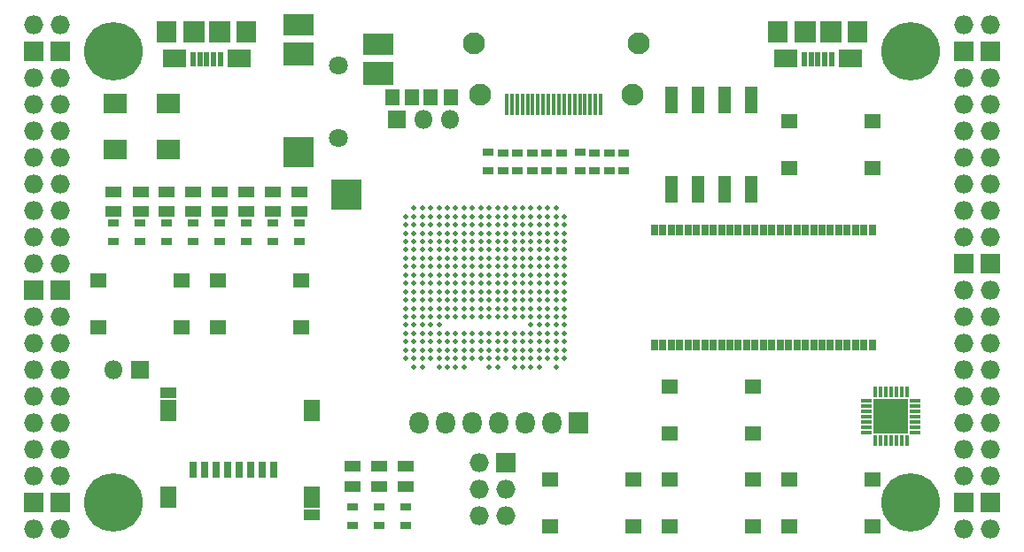
<source format=gts>
G04 #@! TF.GenerationSoftware,KiCad,Pcbnew,5.0.0+dfsg1-2*
G04 #@! TF.CreationDate,2018-09-08T10:59:04+02:00*
G04 #@! TF.ProjectId,ulx3s,756C7833732E6B696361645F70636200,rev?*
G04 #@! TF.SameCoordinates,Original*
G04 #@! TF.FileFunction,Soldermask,Top*
G04 #@! TF.FilePolarity,Negative*
%FSLAX46Y46*%
G04 Gerber Fmt 4.6, Leading zero omitted, Abs format (unit mm)*
G04 Created by KiCad (PCBNEW 5.0.0+dfsg1-2) date Sat Sep  8 10:59:04 2018*
%MOMM*%
%LPD*%
G01*
G04 APERTURE LIST*
%ADD10R,1.220000X2.540000*%
%ADD11R,1.725000X1.725000*%
%ADD12O,0.400000X1.050000*%
%ADD13O,1.050000X0.400000*%
%ADD14R,1.050000X0.400000*%
%ADD15R,1.900000X2.000000*%
%ADD16R,0.500000X1.450000*%
%ADD17R,2.000000X2.000000*%
%ADD18R,2.200000X1.700000*%
%ADD19R,2.900000X2.100000*%
%ADD20R,2.900000X2.300000*%
%ADD21R,2.900000X2.900000*%
%ADD22C,1.800000*%
%ADD23R,0.400000X2.000000*%
%ADD24C,2.100000*%
%ADD25C,0.500000*%
%ADD26R,0.800000X1.600000*%
%ADD27R,1.550000X1.000000*%
%ADD28R,1.550000X2.100000*%
%ADD29R,2.300000X1.900000*%
%ADD30R,0.660000X1.000000*%
%ADD31R,1.827200X2.132000*%
%ADD32O,1.827200X2.132000*%
%ADD33O,1.827200X1.827200*%
%ADD34R,1.827200X1.827200*%
%ADD35C,5.600000*%
%ADD36R,1.100000X0.770000*%
%ADD37R,1.600000X1.070000*%
%ADD38R,1.800000X1.800000*%
%ADD39O,1.800000X1.800000*%
%ADD40R,1.395000X1.500000*%
%ADD41R,1.650000X1.400000*%
G04 APERTURE END LIST*
D10*
G04 #@! TO.C,SW1*
X156330000Y-69815000D03*
X163950000Y-78425000D03*
X158870000Y-69815000D03*
X161410000Y-78425000D03*
X161410000Y-69815000D03*
X158870000Y-78425000D03*
X163950000Y-69815000D03*
X156330000Y-78425000D03*
G04 #@! TD*
D11*
G04 #@! TO.C,U8*
X178097500Y-100967500D03*
X178097500Y-99342500D03*
X176472500Y-100967500D03*
X176472500Y-99342500D03*
D12*
X178785000Y-102495000D03*
X178285000Y-102495000D03*
X177785000Y-102495000D03*
X177285000Y-102495000D03*
X176785000Y-102495000D03*
X176285000Y-102495000D03*
X175785000Y-102495000D03*
D13*
X174945000Y-101655000D03*
X174945000Y-101155000D03*
X174945000Y-100655000D03*
X174945000Y-100155000D03*
X174945000Y-99655000D03*
X174945000Y-99155000D03*
X174945000Y-98655000D03*
D12*
X175785000Y-97815000D03*
X176285000Y-97815000D03*
X176785000Y-97815000D03*
X177285000Y-97815000D03*
X177785000Y-97815000D03*
X178285000Y-97815000D03*
X178785000Y-97815000D03*
D13*
X179625000Y-98655000D03*
X179625000Y-99155000D03*
X179625000Y-99655000D03*
X179625000Y-100155000D03*
X179625000Y-100655000D03*
X179625000Y-101155000D03*
D14*
X179625000Y-101655000D03*
G04 #@! TD*
D15*
G04 #@! TO.C,US1*
X108080000Y-63325000D03*
X115680000Y-63325000D03*
D16*
X110580000Y-66000000D03*
X111230000Y-66000000D03*
X111880000Y-66000000D03*
X112530000Y-66000000D03*
X113180000Y-66000000D03*
D17*
X110680000Y-63325000D03*
X113080000Y-63325000D03*
D18*
X108780000Y-65875000D03*
X114980000Y-65875000D03*
G04 #@! TD*
D19*
G04 #@! TO.C,AUDIO1*
X120668000Y-62618000D03*
D20*
X120668000Y-65418000D03*
D21*
X120668000Y-74818000D03*
X125218000Y-78918000D03*
D20*
X128268000Y-67318000D03*
D19*
X128268000Y-64518000D03*
D22*
X124468000Y-66518000D03*
X124468000Y-73518000D03*
G04 #@! TD*
D23*
G04 #@! TO.C,GPDI1*
X149546000Y-70312000D03*
X149046000Y-70312000D03*
X148546000Y-70312000D03*
X148046000Y-70312000D03*
X147546000Y-70312000D03*
X147046000Y-70312000D03*
X146546000Y-70312000D03*
X146046000Y-70312000D03*
X145546000Y-70312000D03*
X145046000Y-70312000D03*
X144546000Y-70312000D03*
X144046000Y-70312000D03*
X143546000Y-70312000D03*
X143046000Y-70312000D03*
X142546000Y-70312000D03*
X142046000Y-70312000D03*
X141546000Y-70312000D03*
X141046000Y-70312000D03*
X140546000Y-70312000D03*
D24*
X152546000Y-69312000D03*
X138046000Y-69312000D03*
X153146000Y-64412000D03*
X137446000Y-64412000D03*
G04 #@! TD*
D25*
G04 #@! TO.C,U1*
X145280000Y-95400000D03*
X143680000Y-95400000D03*
X142880000Y-95400000D03*
X142080000Y-95400000D03*
X141280000Y-95400000D03*
X139680000Y-95400000D03*
X138880000Y-95400000D03*
X136480000Y-95400000D03*
X135680000Y-95400000D03*
X134880000Y-95400000D03*
X134080000Y-95400000D03*
X132480000Y-95400000D03*
X131680000Y-95400000D03*
X146080000Y-94600000D03*
X145280000Y-94600000D03*
X144480000Y-94600000D03*
X143680000Y-94600000D03*
X142880000Y-94600000D03*
X142080000Y-94600000D03*
X141280000Y-94600000D03*
X140480000Y-94600000D03*
X139680000Y-94600000D03*
X138880000Y-94600000D03*
X138080000Y-94600000D03*
X137280000Y-94600000D03*
X136480000Y-94600000D03*
X135680000Y-94600000D03*
X134880000Y-94600000D03*
X134080000Y-94600000D03*
X133280000Y-94600000D03*
X132480000Y-94600000D03*
X131680000Y-94600000D03*
X130880000Y-94600000D03*
X146080000Y-93800000D03*
X145280000Y-93800000D03*
X144480000Y-93800000D03*
X143680000Y-93800000D03*
X142880000Y-93800000D03*
X142080000Y-93800000D03*
X141280000Y-93800000D03*
X140480000Y-93800000D03*
X139680000Y-93800000D03*
X138880000Y-93800000D03*
X138080000Y-93800000D03*
X137280000Y-93800000D03*
X136480000Y-93800000D03*
X135680000Y-93800000D03*
X134880000Y-93800000D03*
X134080000Y-93800000D03*
X133280000Y-93800000D03*
X132480000Y-93800000D03*
X131680000Y-93800000D03*
X130880000Y-93800000D03*
X146080000Y-93000000D03*
X145280000Y-93000000D03*
X144480000Y-93000000D03*
X143680000Y-93000000D03*
X142880000Y-93000000D03*
X142080000Y-93000000D03*
X141280000Y-93000000D03*
X140480000Y-93000000D03*
X139680000Y-93000000D03*
X138880000Y-93000000D03*
X138080000Y-93000000D03*
X137280000Y-93000000D03*
X136480000Y-93000000D03*
X135680000Y-93000000D03*
X134880000Y-93000000D03*
X134080000Y-93000000D03*
X133280000Y-93000000D03*
X132480000Y-93000000D03*
X131680000Y-93000000D03*
X130880000Y-93000000D03*
X146080000Y-92200000D03*
X145280000Y-92200000D03*
X144480000Y-92200000D03*
X143680000Y-92200000D03*
X142880000Y-92200000D03*
X142080000Y-92200000D03*
X141280000Y-92200000D03*
X140480000Y-92200000D03*
X139680000Y-92200000D03*
X138880000Y-92200000D03*
X138080000Y-92200000D03*
X137280000Y-92200000D03*
X136480000Y-92200000D03*
X135680000Y-92200000D03*
X134880000Y-92200000D03*
X134080000Y-92200000D03*
X133280000Y-92200000D03*
X132480000Y-92200000D03*
X131680000Y-92200000D03*
X130880000Y-92200000D03*
X146080000Y-91400000D03*
X145280000Y-91400000D03*
X144480000Y-91400000D03*
X143680000Y-91400000D03*
X142880000Y-91400000D03*
X134080000Y-91400000D03*
X133280000Y-91400000D03*
X132480000Y-91400000D03*
X131680000Y-91400000D03*
X130880000Y-91400000D03*
X146080000Y-90600000D03*
X145280000Y-90600000D03*
X144480000Y-90600000D03*
X143680000Y-90600000D03*
X142880000Y-90600000D03*
X142080000Y-90600000D03*
X141280000Y-90600000D03*
X140480000Y-90600000D03*
X139680000Y-90600000D03*
X138880000Y-90600000D03*
X138080000Y-90600000D03*
X137280000Y-90600000D03*
X136480000Y-90600000D03*
X135680000Y-90600000D03*
X134880000Y-90600000D03*
X134080000Y-90600000D03*
X133280000Y-90600000D03*
X132480000Y-90600000D03*
X131680000Y-90600000D03*
X130880000Y-90600000D03*
X146080000Y-89800000D03*
X145280000Y-89800000D03*
X144480000Y-89800000D03*
X143680000Y-89800000D03*
X142880000Y-89800000D03*
X142080000Y-89800000D03*
X141280000Y-89800000D03*
X140480000Y-89800000D03*
X139680000Y-89800000D03*
X138880000Y-89800000D03*
X138080000Y-89800000D03*
X137280000Y-89800000D03*
X136480000Y-89800000D03*
X135680000Y-89800000D03*
X134880000Y-89800000D03*
X134080000Y-89800000D03*
X133280000Y-89800000D03*
X132480000Y-89800000D03*
X131680000Y-89800000D03*
X130880000Y-89800000D03*
X146080000Y-89000000D03*
X145280000Y-89000000D03*
X144480000Y-89000000D03*
X143680000Y-89000000D03*
X142880000Y-89000000D03*
X142080000Y-89000000D03*
X141280000Y-89000000D03*
X140480000Y-89000000D03*
X139680000Y-89000000D03*
X138880000Y-89000000D03*
X138080000Y-89000000D03*
X137280000Y-89000000D03*
X136480000Y-89000000D03*
X135680000Y-89000000D03*
X134880000Y-89000000D03*
X134080000Y-89000000D03*
X133280000Y-89000000D03*
X132480000Y-89000000D03*
X131680000Y-89000000D03*
X130880000Y-89000000D03*
X146080000Y-88200000D03*
X145280000Y-88200000D03*
X144480000Y-88200000D03*
X143680000Y-88200000D03*
X142880000Y-88200000D03*
X142080000Y-88200000D03*
X141280000Y-88200000D03*
X140480000Y-88200000D03*
X139680000Y-88200000D03*
X138880000Y-88200000D03*
X138080000Y-88200000D03*
X137280000Y-88200000D03*
X136480000Y-88200000D03*
X135680000Y-88200000D03*
X134880000Y-88200000D03*
X134080000Y-88200000D03*
X133280000Y-88200000D03*
X132480000Y-88200000D03*
X131680000Y-88200000D03*
X130880000Y-88200000D03*
X146080000Y-87400000D03*
X145280000Y-87400000D03*
X144480000Y-87400000D03*
X143680000Y-87400000D03*
X142880000Y-87400000D03*
X142080000Y-87400000D03*
X141280000Y-87400000D03*
X140480000Y-87400000D03*
X139680000Y-87400000D03*
X138880000Y-87400000D03*
X138080000Y-87400000D03*
X137280000Y-87400000D03*
X136480000Y-87400000D03*
X135680000Y-87400000D03*
X134880000Y-87400000D03*
X134080000Y-87400000D03*
X133280000Y-87400000D03*
X132480000Y-87400000D03*
X131680000Y-87400000D03*
X130880000Y-87400000D03*
X146080000Y-86600000D03*
X145280000Y-86600000D03*
X144480000Y-86600000D03*
X143680000Y-86600000D03*
X142880000Y-86600000D03*
X142080000Y-86600000D03*
X141280000Y-86600000D03*
X140480000Y-86600000D03*
X139680000Y-86600000D03*
X138880000Y-86600000D03*
X138080000Y-86600000D03*
X137280000Y-86600000D03*
X136480000Y-86600000D03*
X135680000Y-86600000D03*
X134880000Y-86600000D03*
X134080000Y-86600000D03*
X133280000Y-86600000D03*
X132480000Y-86600000D03*
X131680000Y-86600000D03*
X130880000Y-86600000D03*
X146080000Y-85800000D03*
X145280000Y-85800000D03*
X144480000Y-85800000D03*
X143680000Y-85800000D03*
X142880000Y-85800000D03*
X142080000Y-85800000D03*
X141280000Y-85800000D03*
X140480000Y-85800000D03*
X139680000Y-85800000D03*
X138880000Y-85800000D03*
X138080000Y-85800000D03*
X137280000Y-85800000D03*
X136480000Y-85800000D03*
X135680000Y-85800000D03*
X134880000Y-85800000D03*
X134080000Y-85800000D03*
X133280000Y-85800000D03*
X132480000Y-85800000D03*
X131680000Y-85800000D03*
X130880000Y-85800000D03*
X146080000Y-85000000D03*
X145280000Y-85000000D03*
X144480000Y-85000000D03*
X143680000Y-85000000D03*
X142880000Y-85000000D03*
X142080000Y-85000000D03*
X141280000Y-85000000D03*
X140480000Y-85000000D03*
X139680000Y-85000000D03*
X138880000Y-85000000D03*
X138080000Y-85000000D03*
X137280000Y-85000000D03*
X136480000Y-85000000D03*
X135680000Y-85000000D03*
X134880000Y-85000000D03*
X134080000Y-85000000D03*
X133280000Y-85000000D03*
X132480000Y-85000000D03*
X131680000Y-85000000D03*
X130880000Y-85000000D03*
X146080000Y-84200000D03*
X145280000Y-84200000D03*
X144480000Y-84200000D03*
X143680000Y-84200000D03*
X142880000Y-84200000D03*
X142080000Y-84200000D03*
X141280000Y-84200000D03*
X140480000Y-84200000D03*
X139680000Y-84200000D03*
X138880000Y-84200000D03*
X138080000Y-84200000D03*
X137280000Y-84200000D03*
X136480000Y-84200000D03*
X135680000Y-84200000D03*
X134880000Y-84200000D03*
X134080000Y-84200000D03*
X133280000Y-84200000D03*
X132480000Y-84200000D03*
X131680000Y-84200000D03*
X130880000Y-84200000D03*
X146080000Y-83400000D03*
X145280000Y-83400000D03*
X144480000Y-83400000D03*
X143680000Y-83400000D03*
X142880000Y-83400000D03*
X142080000Y-83400000D03*
X141280000Y-83400000D03*
X140480000Y-83400000D03*
X139680000Y-83400000D03*
X138880000Y-83400000D03*
X138080000Y-83400000D03*
X137280000Y-83400000D03*
X136480000Y-83400000D03*
X135680000Y-83400000D03*
X134880000Y-83400000D03*
X134080000Y-83400000D03*
X133280000Y-83400000D03*
X132480000Y-83400000D03*
X131680000Y-83400000D03*
X130880000Y-83400000D03*
X146080000Y-82600000D03*
X145280000Y-82600000D03*
X144480000Y-82600000D03*
X143680000Y-82600000D03*
X142880000Y-82600000D03*
X142080000Y-82600000D03*
X141280000Y-82600000D03*
X140480000Y-82600000D03*
X139680000Y-82600000D03*
X138880000Y-82600000D03*
X138080000Y-82600000D03*
X137280000Y-82600000D03*
X136480000Y-82600000D03*
X135680000Y-82600000D03*
X134880000Y-82600000D03*
X134080000Y-82600000D03*
X133280000Y-82600000D03*
X132480000Y-82600000D03*
X131680000Y-82600000D03*
X130880000Y-82600000D03*
X146080000Y-81800000D03*
X145280000Y-81800000D03*
X144480000Y-81800000D03*
X143680000Y-81800000D03*
X142880000Y-81800000D03*
X142080000Y-81800000D03*
X141280000Y-81800000D03*
X140480000Y-81800000D03*
X139680000Y-81800000D03*
X138880000Y-81800000D03*
X138080000Y-81800000D03*
X137280000Y-81800000D03*
X136480000Y-81800000D03*
X135680000Y-81800000D03*
X134880000Y-81800000D03*
X134080000Y-81800000D03*
X133280000Y-81800000D03*
X132480000Y-81800000D03*
X131680000Y-81800000D03*
X130880000Y-81800000D03*
X146080000Y-81000000D03*
X145280000Y-81000000D03*
X144480000Y-81000000D03*
X143680000Y-81000000D03*
X142880000Y-81000000D03*
X142080000Y-81000000D03*
X141280000Y-81000000D03*
X140480000Y-81000000D03*
X139680000Y-81000000D03*
X138880000Y-81000000D03*
X138080000Y-81000000D03*
X137280000Y-81000000D03*
X136480000Y-81000000D03*
X135680000Y-81000000D03*
X134880000Y-81000000D03*
X134080000Y-81000000D03*
X133280000Y-81000000D03*
X132480000Y-81000000D03*
X131680000Y-81000000D03*
X130880000Y-81000000D03*
X145280000Y-80200000D03*
X144480000Y-80200000D03*
X143680000Y-80200000D03*
X142880000Y-80200000D03*
X142080000Y-80200000D03*
X141280000Y-80200000D03*
X140480000Y-80200000D03*
X139680000Y-80200000D03*
X138880000Y-80200000D03*
X138080000Y-80200000D03*
X137280000Y-80200000D03*
X136480000Y-80200000D03*
X135680000Y-80200000D03*
X134880000Y-80200000D03*
X134080000Y-80200000D03*
X133280000Y-80200000D03*
X132480000Y-80200000D03*
X131680000Y-80200000D03*
G04 #@! TD*
D26*
G04 #@! TO.C,SD1*
X118250000Y-105250000D03*
X117150000Y-105250000D03*
X116050000Y-105250000D03*
X114950000Y-105250000D03*
X113850000Y-105250000D03*
X112750000Y-105250000D03*
X111650000Y-105250000D03*
X110550000Y-105250000D03*
D27*
X121925000Y-109550000D03*
X108175000Y-97850000D03*
D28*
X108175000Y-107850000D03*
X121925000Y-107850000D03*
X121925000Y-99550000D03*
X108175000Y-99550000D03*
G04 #@! TD*
D29*
G04 #@! TO.C,Y1*
X108212000Y-70160000D03*
X103132000Y-70160000D03*
X103132000Y-74560000D03*
X108212000Y-74560000D03*
G04 #@! TD*
D30*
G04 #@! TO.C,U2*
X175493000Y-82270000D03*
X154693000Y-93330000D03*
X155493000Y-93330000D03*
X156293000Y-93330000D03*
X157093000Y-93330000D03*
X157893000Y-93330000D03*
X158693000Y-93330000D03*
X159493000Y-93330000D03*
X160293000Y-93330000D03*
X161093000Y-93330000D03*
X161893000Y-93330000D03*
X162693000Y-93330000D03*
X163493000Y-93330000D03*
X164293000Y-93330000D03*
X165093000Y-93330000D03*
X165893000Y-93330000D03*
X166693000Y-93330000D03*
X167493000Y-93330000D03*
X168293000Y-93330000D03*
X169093000Y-93330000D03*
X169893000Y-93330000D03*
X170693000Y-93330000D03*
X171493000Y-93330000D03*
X172293000Y-93330000D03*
X173093000Y-93330000D03*
X173893000Y-93330000D03*
X174693000Y-93330000D03*
X175493000Y-93330000D03*
X174693000Y-82270000D03*
X173893000Y-82270000D03*
X173093000Y-82270000D03*
X172293000Y-82270000D03*
X171493000Y-82270000D03*
X170693000Y-82270000D03*
X169893000Y-82270000D03*
X169093000Y-82270000D03*
X168293000Y-82270000D03*
X167493000Y-82270000D03*
X166693000Y-82270000D03*
X165893000Y-82270000D03*
X165093000Y-82270000D03*
X164293000Y-82270000D03*
X163493000Y-82270000D03*
X162693000Y-82270000D03*
X161893000Y-82270000D03*
X161093000Y-82270000D03*
X160293000Y-82270000D03*
X159493000Y-82270000D03*
X158693000Y-82270000D03*
X157893000Y-82270000D03*
X157093000Y-82270000D03*
X156293000Y-82270000D03*
X155493000Y-82270000D03*
X154693000Y-82270000D03*
G04 #@! TD*
D31*
G04 #@! TO.C,OLED1*
X147440000Y-100790000D03*
D32*
X144900000Y-100790000D03*
X142360000Y-100790000D03*
X139820000Y-100790000D03*
X137280000Y-100790000D03*
X134740000Y-100790000D03*
X132200000Y-100790000D03*
G04 #@! TD*
D33*
G04 #@! TO.C,J1*
X97910000Y-62690000D03*
X95370000Y-62690000D03*
D34*
X97910000Y-65230000D03*
X95370000Y-65230000D03*
D33*
X97910000Y-67770000D03*
X95370000Y-67770000D03*
X97910000Y-70310000D03*
X95370000Y-70310000D03*
X97910000Y-72850000D03*
X95370000Y-72850000D03*
X97910000Y-75390000D03*
X95370000Y-75390000D03*
X97910000Y-77930000D03*
X95370000Y-77930000D03*
X97910000Y-80470000D03*
X95370000Y-80470000D03*
X97910000Y-83010000D03*
X95370000Y-83010000D03*
X97910000Y-85550000D03*
X95370000Y-85550000D03*
D34*
X97910000Y-88090000D03*
X95370000Y-88090000D03*
D33*
X97910000Y-90630000D03*
X95370000Y-90630000D03*
X97910000Y-93170000D03*
X95370000Y-93170000D03*
X97910000Y-95710000D03*
X95370000Y-95710000D03*
X97910000Y-98250000D03*
X95370000Y-98250000D03*
X97910000Y-100790000D03*
X95370000Y-100790000D03*
X97910000Y-103330000D03*
X95370000Y-103330000D03*
X97910000Y-105870000D03*
X95370000Y-105870000D03*
D34*
X97910000Y-108410000D03*
X95370000Y-108410000D03*
D33*
X97910000Y-110950000D03*
X95370000Y-110950000D03*
G04 #@! TD*
G04 #@! TO.C,J2*
X184270000Y-110950000D03*
X186810000Y-110950000D03*
D34*
X184270000Y-108410000D03*
X186810000Y-108410000D03*
D33*
X184270000Y-105870000D03*
X186810000Y-105870000D03*
X184270000Y-103330000D03*
X186810000Y-103330000D03*
X184270000Y-100790000D03*
X186810000Y-100790000D03*
X184270000Y-98250000D03*
X186810000Y-98250000D03*
X184270000Y-95710000D03*
X186810000Y-95710000D03*
X184270000Y-93170000D03*
X186810000Y-93170000D03*
X184270000Y-90630000D03*
X186810000Y-90630000D03*
X184270000Y-88090000D03*
X186810000Y-88090000D03*
D34*
X184270000Y-85550000D03*
X186810000Y-85550000D03*
D33*
X184270000Y-83010000D03*
X186810000Y-83010000D03*
X184270000Y-80470000D03*
X186810000Y-80470000D03*
X184270000Y-77930000D03*
X186810000Y-77930000D03*
X184270000Y-75390000D03*
X186810000Y-75390000D03*
X184270000Y-72850000D03*
X186810000Y-72850000D03*
X184270000Y-70310000D03*
X186810000Y-70310000D03*
X184270000Y-67770000D03*
X186810000Y-67770000D03*
D34*
X184270000Y-65230000D03*
X186810000Y-65230000D03*
D33*
X184270000Y-62690000D03*
X186810000Y-62690000D03*
G04 #@! TD*
D35*
G04 #@! TO.C,H1*
X102990000Y-108410000D03*
G04 #@! TD*
G04 #@! TO.C,H2*
X179190000Y-108410000D03*
G04 #@! TD*
G04 #@! TO.C,H3*
X179190000Y-65230000D03*
G04 #@! TD*
G04 #@! TO.C,H4*
X102990000Y-65230000D03*
G04 #@! TD*
D34*
G04 #@! TO.C,J4*
X140455000Y-104600000D03*
D33*
X137915000Y-104600000D03*
X140455000Y-107140000D03*
X137915000Y-107140000D03*
X140455000Y-109680000D03*
X137915000Y-109680000D03*
G04 #@! TD*
D36*
G04 #@! TO.C,C36*
X150361000Y-76646000D03*
X150361000Y-74896000D03*
G04 #@! TD*
G04 #@! TO.C,C37*
X151758000Y-74896000D03*
X151758000Y-76646000D03*
G04 #@! TD*
G04 #@! TO.C,C38*
X140201000Y-74896000D03*
X140201000Y-76646000D03*
G04 #@! TD*
G04 #@! TO.C,C39*
X142995000Y-76646000D03*
X142995000Y-74896000D03*
G04 #@! TD*
G04 #@! TO.C,C40*
X145789000Y-76646000D03*
X145789000Y-74896000D03*
G04 #@! TD*
G04 #@! TO.C,C41*
X148964000Y-74896000D03*
X148964000Y-76646000D03*
G04 #@! TD*
G04 #@! TO.C,C42*
X138742800Y-76638600D03*
X138742800Y-74888600D03*
G04 #@! TD*
G04 #@! TO.C,C43*
X141598000Y-74896000D03*
X141598000Y-76646000D03*
G04 #@! TD*
G04 #@! TO.C,C44*
X144392000Y-74896000D03*
X144392000Y-76646000D03*
G04 #@! TD*
G04 #@! TO.C,C45*
X147567000Y-76634000D03*
X147567000Y-74884000D03*
G04 #@! TD*
D37*
G04 #@! TO.C,D19*
X130930000Y-106825000D03*
X130930000Y-104915000D03*
G04 #@! TD*
G04 #@! TO.C,D0*
X120770000Y-78644000D03*
X120770000Y-80554000D03*
G04 #@! TD*
G04 #@! TO.C,D1*
X118230000Y-80554000D03*
X118230000Y-78644000D03*
G04 #@! TD*
G04 #@! TO.C,D2*
X115690000Y-78644000D03*
X115690000Y-80554000D03*
G04 #@! TD*
G04 #@! TO.C,D3*
X113150000Y-78644000D03*
X113150000Y-80554000D03*
G04 #@! TD*
G04 #@! TO.C,D4*
X110610000Y-80554000D03*
X110610000Y-78644000D03*
G04 #@! TD*
G04 #@! TO.C,D5*
X108070000Y-80554000D03*
X108070000Y-78644000D03*
G04 #@! TD*
G04 #@! TO.C,D6*
X105545000Y-78644000D03*
X105545000Y-80554000D03*
G04 #@! TD*
G04 #@! TO.C,D7*
X102990000Y-80554000D03*
X102990000Y-78644000D03*
G04 #@! TD*
G04 #@! TO.C,D18*
X128390000Y-106825000D03*
X128390000Y-104915000D03*
G04 #@! TD*
G04 #@! TO.C,D22*
X125850000Y-104915000D03*
X125850000Y-106825000D03*
G04 #@! TD*
D36*
G04 #@! TO.C,R41*
X120770000Y-83377000D03*
X120770000Y-81627000D03*
G04 #@! TD*
G04 #@! TO.C,R42*
X118230000Y-81627000D03*
X118230000Y-83377000D03*
G04 #@! TD*
G04 #@! TO.C,R43*
X115690000Y-83377000D03*
X115690000Y-81627000D03*
G04 #@! TD*
G04 #@! TO.C,R44*
X113150000Y-81627000D03*
X113150000Y-83377000D03*
G04 #@! TD*
G04 #@! TO.C,R45*
X110610000Y-81627000D03*
X110610000Y-83377000D03*
G04 #@! TD*
G04 #@! TO.C,R46*
X108070000Y-83377000D03*
X108070000Y-81627000D03*
G04 #@! TD*
G04 #@! TO.C,R47*
X105530000Y-81627000D03*
X105530000Y-83377000D03*
G04 #@! TD*
G04 #@! TO.C,R48*
X102990000Y-83377000D03*
X102990000Y-81627000D03*
G04 #@! TD*
G04 #@! TO.C,R36*
X128390000Y-110555000D03*
X128390000Y-108805000D03*
G04 #@! TD*
G04 #@! TO.C,R37*
X130930000Y-110555000D03*
X130930000Y-108805000D03*
G04 #@! TD*
G04 #@! TO.C,R62*
X125850000Y-108805000D03*
X125850000Y-110555000D03*
G04 #@! TD*
D38*
G04 #@! TO.C,J3*
X105530000Y-95710000D03*
D39*
X102990000Y-95710000D03*
G04 #@! TD*
D38*
G04 #@! TO.C,J5*
X130056000Y-71725000D03*
D39*
X132596000Y-71725000D03*
X135136000Y-71725000D03*
G04 #@! TD*
D40*
G04 #@! TO.C,RV2*
X131531500Y-69566000D03*
X129596500Y-69566000D03*
G04 #@! TD*
G04 #@! TO.C,RV3*
X133279500Y-69566000D03*
X135214500Y-69566000D03*
G04 #@! TD*
D18*
G04 #@! TO.C,US2*
X173400000Y-65875000D03*
X167200000Y-65875000D03*
D17*
X171500000Y-63325000D03*
X169100000Y-63325000D03*
D16*
X171600000Y-66000000D03*
X170950000Y-66000000D03*
X170300000Y-66000000D03*
X169650000Y-66000000D03*
X169000000Y-66000000D03*
D15*
X174100000Y-63325000D03*
X166500000Y-63325000D03*
G04 #@! TD*
D41*
G04 #@! TO.C,B0*
X175550000Y-71870000D03*
X175550000Y-76370000D03*
X167590000Y-76370000D03*
X167590000Y-71870000D03*
G04 #@! TD*
G04 #@! TO.C,B1*
X109510000Y-91610000D03*
X109510000Y-87110000D03*
X101550000Y-87110000D03*
X101550000Y-91610000D03*
G04 #@! TD*
G04 #@! TO.C,B2*
X112980000Y-91610000D03*
X112980000Y-87110000D03*
X120940000Y-87110000D03*
X120940000Y-91610000D03*
G04 #@! TD*
G04 #@! TO.C,B3*
X164120000Y-101770000D03*
X164120000Y-97270000D03*
X156160000Y-97270000D03*
X156160000Y-101770000D03*
G04 #@! TD*
G04 #@! TO.C,B4*
X164120000Y-106160000D03*
X164120000Y-110660000D03*
X156160000Y-110660000D03*
X156160000Y-106160000D03*
G04 #@! TD*
G04 #@! TO.C,B5*
X144730000Y-106160000D03*
X144730000Y-110660000D03*
X152690000Y-110660000D03*
X152690000Y-106160000D03*
G04 #@! TD*
G04 #@! TO.C,B6*
X175550000Y-106160000D03*
X175550000Y-110660000D03*
X167590000Y-110660000D03*
X167590000Y-106160000D03*
G04 #@! TD*
M02*

</source>
